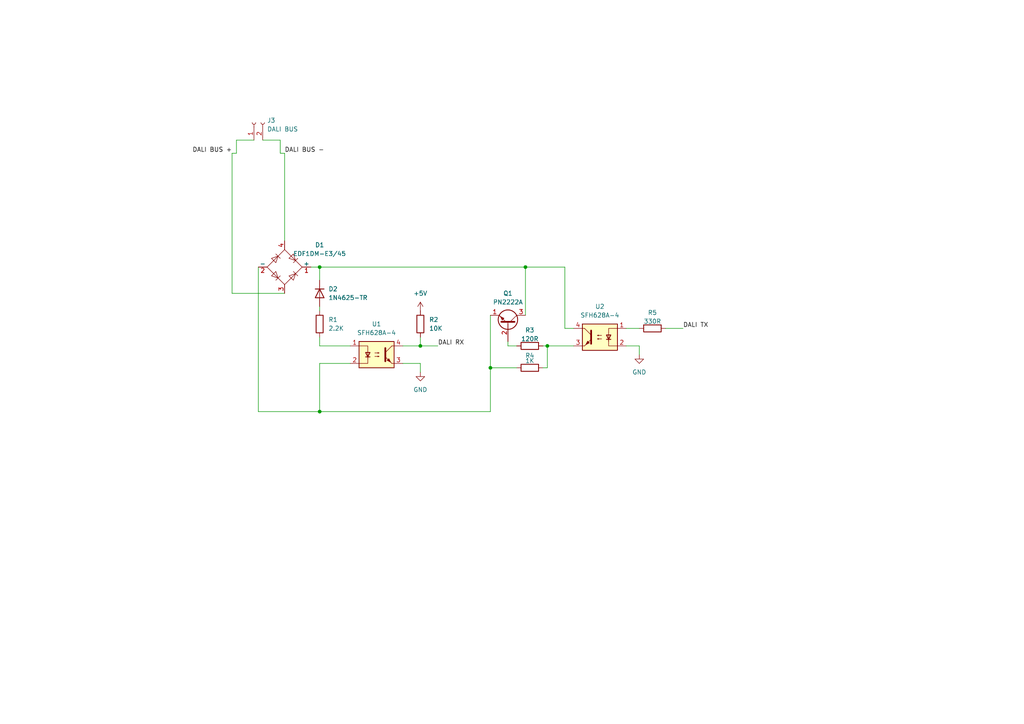
<source format=kicad_sch>
(kicad_sch (version 20250114) (generator "eeschema") (generator_version "9.0")
  (paper "A4")
  (lib_symbols
    (symbol "Connector:Conn_01x02_Socket" (pin_names (offset 1.016) (hide yes))
      (property "Reference" "J" (at 0 2.54 0))
      (property "Value" "Conn_01x02_Socket" (at 0 -5.08 0))
      (symbol "Conn_01x02_Socket_1_1"
        (polyline (pts (xy -1.27 0) (xy -0.508 0)) (stroke (width 0.1524)))
        (polyline (pts (xy -1.27 -2.54) (xy -0.508 -2.54)) (stroke (width 0.1524)))
        (arc (start 0 -0.508) (mid -0.5058 0) (end 0 0.508) (stroke (width 0.1524)))
        (arc (start 0 -3.048) (mid -0.5058 -2.54) (end 0 -2.032) (stroke (width 0.1524)))
        (pin passive line (at -5.08 0 0) (length 3.81) (name "Pin_1") (number "1"))
        (pin passive line (at -5.08 -2.54 0) (length 3.81) (name "Pin_2") (number "2"))
      )
    )
    (symbol "Device:R" (pin_numbers (hide yes)) (pin_names (offset 0))
      (property "Reference" "R" (at 2.032 0 90))
      (property "Value" "R" (at 0 0 90))
      (symbol "R_0_1"
        (rectangle (start -1.016 -2.54) (end 1.016 2.54) (stroke (width 0.254)))
      )
      (symbol "R_1_1"
        (pin passive line (at 0 3.81 270) (length 1.27) (name "~") (number "1"))
        (pin passive line (at 0 -3.81 90) (length 1.27) (name "~") (number "2"))
      )
    )
    (symbol "Diode:1N4148" (pin_numbers (hide yes)) (pin_names (hide yes))
      (property "Reference" "D" (at 0 2.54 0))
      (property "Value" "1N4148" (at 0 -2.54 0))
      (symbol "1N4148_0_1"
        (polyline (pts (xy -1.27 1.27) (xy -1.27 -1.27)) (stroke (width 0.254)))
        (polyline (pts (xy 1.27 1.27) (xy 1.27 -1.27) (xy -1.27 0) (xy 1.27 1.27)) (stroke (width 0.254)))
        (polyline (pts (xy 1.27 0) (xy -1.27 0)))
      )
      (symbol "1N4148_1_1"
        (pin passive line (at -3.81 0 0) (length 2.54) (name "K") (number "1"))
        (pin passive line (at 3.81 0 180) (length 2.54) (name "A") (number "2"))
      )
    )
    (symbol "Diode_Bridge:DF04M" (pin_names (offset 0))
      (property "Reference" "D" (at 2.54 6.985 0))
      (property "Value" "DF04M" (at 2.54 5.08 0))
      (symbol "DF04M_0_1"
        (polyline (pts (xy -5.08 0) (xy 0 -5.08) (xy 5.08 0) (xy 0 5.08) (xy -5.08 0)))
        (polyline (pts (xy -3.81 2.54) (xy -2.54 1.27) (xy -1.905 3.175) (xy -3.81 2.54)))
        (polyline (pts (xy -2.54 3.81) (xy -1.27 2.54)))
        (polyline (pts (xy -2.54 -1.27) (xy -3.81 -2.54) (xy -1.905 -3.175) (xy -2.54 -1.27)))
        (polyline (pts (xy -1.27 -2.54) (xy -2.54 -3.81)))
        (polyline (pts (xy 1.27 2.54) (xy 2.54 3.81) (xy 3.175 1.905) (xy 1.27 2.54)))
        (polyline (pts (xy 2.54 1.27) (xy 3.81 2.54)))
        (polyline (pts (xy 2.54 -1.27) (xy 3.81 -2.54)))
        (polyline (pts (xy 3.175 -1.905) (xy 1.27 -2.54) (xy 2.54 -3.81) (xy 3.175 -1.905)))
      )
      (symbol "DF04M_1_1"
        (pin passive line (at -7.62 0 0) (length 2.54) (name "-") (number "2"))
        (pin passive line (at 0 7.62 270) (length 2.54) (name "~") (number "4"))
        (pin passive line (at 0 -7.62 90) (length 2.54) (name "~") (number "3"))
        (pin passive line (at 7.62 0 180) (length 2.54) (name "+") (number "1"))
      )
    )
    (symbol "Isolator:SFH617A-4" (pin_names (offset 1.016))
      (property "Reference" "U" (at -5.08 5.08 0))
      (property "Value" "SFH617A-4" (at 0 5.08 0))
      (symbol "SFH617A-4_0_1"
        (rectangle (start -5.08 3.81) (end 5.08 -3.81) (stroke (width 0.254)) (fill (type background)))
        (polyline (pts (xy -5.08 2.54) (xy -2.54 2.54) (xy -2.54 -1.27) (xy -2.54 0.635)))
        (polyline (pts (xy -3.175 -0.635) (xy -1.905 -0.635)) (stroke (width 0.254)))
        (polyline (pts (xy -2.54 -0.635) (xy -2.54 -2.54) (xy -5.08 -2.54)))
        (polyline (pts (xy -2.54 -0.635) (xy -3.175 0.635) (xy -1.905 0.635) (xy -2.54 -0.635)) (stroke (width 0.254)))
        (polyline (pts (xy -0.508 0.508) (xy 0.762 0.508) (xy 0.381 0.381) (xy 0.381 0.635) (xy 0.762 0.508)))
        (polyline (pts (xy -0.508 -0.508) (xy 0.762 -0.508) (xy 0.381 -0.635) (xy 0.381 -0.381) (xy 0.762 -0.508)))
        (polyline (pts (xy 2.54 1.905) (xy 2.54 -1.905) (xy 2.54 -1.905)) (stroke (width 0.508)))
        (polyline (pts (xy 2.54 0.635) (xy 4.445 2.54)))
        (polyline (pts (xy 3.048 -1.651) (xy 3.556 -1.143) (xy 4.064 -2.159) (xy 3.048 -1.651) (xy 3.048 -1.651)) (fill (type outline)))
        (polyline (pts (xy 4.445 2.54) (xy 5.08 2.54)))
        (polyline (pts (xy 4.445 -2.54) (xy 2.54 -0.635)) (fill (type outline)))
        (polyline (pts (xy 4.445 -2.54) (xy 5.08 -2.54)))
      )
      (symbol "SFH617A-4_1_1"
        (pin passive line (at -7.62 2.54 0) (length 2.54) (name "~") (number "1"))
        (pin passive line (at -7.62 -2.54 0) (length 2.54) (name "~") (number "2"))
        (pin passive line (at 7.62 2.54 180) (length 2.54) (name "~") (number "4"))
        (pin passive line (at 7.62 -2.54 180) (length 2.54) (name "~") (number "3"))
      )
    )
    (symbol "SFH617A-4_1" (pin_names (offset 1.016))
      (property "Reference" "U2" (at 0 -8.89 0))
      (property "Value" "SFH628A-4" (at 0 -6.35 0))
      (symbol "SFH617A-4_1_0_1"
        (polyline (pts (xy -5.08 -2.54) (xy -2.54 -2.54) (xy -2.54 1.27) (xy -2.54 -0.635)))
        (polyline (pts (xy -3.175 0.635) (xy -1.905 0.635)) (stroke (width 0.254)))
        (polyline (pts (xy -2.54 0.635) (xy -2.54 2.54) (xy -5.08 2.54)))
        (polyline (pts (xy -2.54 0.635) (xy -3.175 -0.635) (xy -1.905 -0.635) (xy -2.54 0.635)) (stroke (width 0.254)))
        (polyline (pts (xy -0.508 0.508) (xy 0.762 0.508) (xy 0.381 0.635) (xy 0.381 0.381) (xy 0.762 0.508)))
        (polyline (pts (xy -0.508 -0.508) (xy 0.762 -0.508) (xy 0.381 -0.381) (xy 0.381 -0.635) (xy 0.762 -0.508)))
        (polyline (pts (xy 2.54 -0.635) (xy 4.445 -2.54)))
        (polyline (pts (xy 2.54 -1.905) (xy 2.54 1.905) (xy 2.54 1.905)) (stroke (width 0.508)))
        (polyline (pts (xy 3.048 1.651) (xy 3.556 1.143) (xy 4.064 2.159) (xy 3.048 1.651) (xy 3.048 1.651)) (fill (type outline)))
        (polyline (pts (xy 4.445 2.54) (xy 2.54 0.635)) (fill (type outline)))
        (polyline (pts (xy 4.445 2.54) (xy 5.08 2.54)))
        (polyline (pts (xy 4.445 -2.54) (xy 5.08 -2.54)))
        (rectangle (start 5.08 3.81) (end -5.08 -3.81) (stroke (width 0.254)) (fill (type background)))
      )
      (symbol "SFH617A-4_1_1_1"
        (pin passive line (at -7.62 2.54 0) (length 2.54) (name "~") (number "2"))
        (pin passive line (at -7.62 -2.54 0) (length 2.54) (name "~") (number "1"))
        (pin passive line (at 7.62 2.54 180) (length 2.54) (name "~") (number "3"))
        (pin passive line (at 7.62 -2.54 180) (length 2.54) (name "~") (number "4"))
      )
    )
    (symbol "Transistor_BJT:PN2222A" (pin_names (offset 0) (hide yes))
      (property "Reference" "Q1" (at 8.89 0 90))
      (property "Value" "PN2222A" (at 6.35 0 90))
      (symbol "PN2222A_0_1"
        (polyline (pts (xy 0 0) (xy 0.635 0)))
        (polyline (pts (xy 0.635 -1.905) (xy 0.635 1.905) (xy 0.635 1.905)) (stroke (width 0.508)))
        (polyline (pts (xy 1.143 1.651) (xy 1.651 1.143) (xy 2.159 2.159) (xy 1.143 1.651) (xy 1.143 1.651)) (fill (type outline)))
        (circle (center 1.27 0) (radius 2.8194) (stroke (width 0.254)))
        (polyline (pts (xy 2.413 2.413) (xy 1.905 1.905) (xy 1.905 1.905)))
        (polyline (pts (xy 2.54 2.54) (xy 0.635 0.635)))
        (polyline (pts (xy 2.54 -2.54) (xy 0.635 -0.635)))
      )
      (symbol "PN2222A_1_1"
        (pin input line (at -5.08 0 0) (length 5.08) (name "B") (number "2"))
        (pin passive line (at 2.54 5.08 270) (length 2.54) (name "E") (number "1"))
        (pin passive line (at 2.54 -5.08 90) (length 2.54) (name "C") (number "3"))
      )
    )
    (symbol "power:+5V" (power) (pin_numbers (hide yes)) (pin_names (offset 0) (hide yes))
      (property "Value" "+5V" (at 0 3.556 0))
      (symbol "+5V_0_1"
        (polyline (pts (xy -0.762 1.27) (xy 0 2.54)))
        (polyline (pts (xy 0 2.54) (xy 0.762 1.27)))
        (polyline (pts (xy 0 0) (xy 0 2.54)))
      )
      (symbol "+5V_1_1"
        (pin power_in line (at 0 0 90) (length 0) (name "~") (number "1"))
      )
    )
    (symbol "power:GND" (power) (pin_numbers (hide yes)) (pin_names (offset 0) (hide yes))
      (property "Value" "GND" (at 0 -3.81 0))
      (symbol "GND_0_1"
        (polyline (pts (xy 0 0) (xy 0 -1.27) (xy 1.27 -1.27) (xy 0 -2.54) (xy -1.27 -1.27) (xy 0 -1.27)))
      )
      (symbol "GND_1_1"
        (pin power_in line (at 0 0 270) (length 0) (name "~") (number "1"))
      )
    )
  )
  (junction (at 92.71 77.47))
  (junction (at 152.4 77.47))
  (junction (at 142.24 106.68))
  (junction (at 158.75 100.33))
  (junction (at 92.71 119.38))
  (junction (at 121.92 100.33))
  (wire (pts (xy 92.71 77.47) (xy 152.4 77.47)))
  (wire (pts (xy 92.71 100.33) (xy 101.6 100.33)))
  (wire (pts (xy 163.83 77.47) (xy 163.83 95.25)))
  (wire (pts (xy 121.92 97.79) (xy 121.92 100.33)))
  (wire (pts (xy 92.71 77.47) (xy 92.71 81.28)))
  (wire (pts (xy 142.24 91.44) (xy 142.24 106.68)))
  (wire (pts (xy 82.55 44.45) (xy 82.55 69.85)))
  (wire (pts (xy 147.32 100.33) (xy 147.32 99.06)))
  (wire (pts (xy 121.92 105.41) (xy 121.92 107.95)))
  (wire (pts (xy 90.17 77.47) (xy 92.71 77.47)))
  (wire (pts (xy 152.4 77.47) (xy 152.4 91.44)))
  (wire (pts (xy 116.84 100.33) (xy 121.92 100.33)))
  (wire (pts (xy 68.58 44.45) (xy 68.58 40.64)))
  (wire (pts (xy 116.84 105.41) (xy 121.92 105.41)))
  (wire (pts (xy 152.4 77.47) (xy 163.83 77.47)))
  (wire (pts (xy 185.42 100.33) (xy 185.42 102.87)))
  (wire (pts (xy 149.86 100.33) (xy 147.32 100.33)))
  (wire (pts (xy 181.61 95.25) (xy 185.42 95.25)))
  (wire (pts (xy 157.48 100.33) (xy 158.75 100.33)))
  (wire (pts (xy 163.83 95.25) (xy 166.37 95.25)))
  (wire (pts (xy 68.58 40.64) (xy 73.66 40.64)))
  (wire (pts (xy 92.71 105.41) (xy 101.6 105.41)))
  (wire (pts (xy 142.24 106.68) (xy 149.86 106.68)))
  (wire (pts (xy 181.61 100.33) (xy 185.42 100.33)))
  (wire (pts (xy 67.31 44.45) (xy 68.58 44.45)))
  (wire (pts (xy 82.55 44.45) (xy 81.28 44.45)))
  (wire (pts (xy 92.71 88.9) (xy 92.71 90.17)))
  (wire (pts (xy 142.24 119.38) (xy 142.24 106.68)))
  (wire (pts (xy 157.48 106.68) (xy 158.75 106.68)))
  (wire (pts (xy 67.31 44.45) (xy 67.31 85.09)))
  (wire (pts (xy 121.92 100.33) (xy 127 100.33)))
  (wire (pts (xy 81.28 44.45) (xy 81.28 40.64)))
  (wire (pts (xy 74.93 119.38) (xy 92.71 119.38)))
  (wire (pts (xy 81.28 40.64) (xy 76.2 40.64)))
  (wire (pts (xy 92.71 119.38) (xy 92.71 105.41)))
  (wire (pts (xy 158.75 106.68) (xy 158.75 100.33)))
  (wire (pts (xy 193.04 95.25) (xy 198.12 95.25)))
  (wire (pts (xy 158.75 100.33) (xy 166.37 100.33)))
  (wire (pts (xy 74.93 77.47) (xy 74.93 119.38)))
  (wire (pts (xy 92.71 97.79) (xy 92.71 100.33)))
  (wire (pts (xy 67.31 85.09) (xy 82.55 85.09)))
  (wire (pts (xy 92.71 119.38) (xy 142.24 119.38)))
  (label "DALI RX" (at 127 100.33 0))
  (label "DALI BUS -" (at 82.55 44.45 0))
  (label "DALI TX" (at 198.12 95.25 0))
  (label "DALI BUS +" (at 67.31 44.45 180))
  (symbol (lib_id "Device:R") (at 153.67 100.33 90) (unit 1)
    (property "Reference" "R3" (at 153.67 95.758 90))
    (property "Value" "120R" (at 153.67 98.298 90))
    (property "Description" "Resistor" (effects (hide yes)))
  )
  (symbol (lib_id "Diode:1N4148") (at 92.71 85.09 270) (unit 1)
    (property "Reference" "D2" (at 95.25 83.8199 90) (effects (justify left)))
    (property "Value" "1N4625-TR" (at 95.25 86.3599 90) (effects (justify left)))
    (property "Footprint" "Diode_THT:D_DO-35_SOD27_P7.62mm_Horizontal" (effects (hide yes)))
    (property "Datasheet" "https://assets.nexperia.com/documents/data-sheet/1N4148_1N4448.pdf" (effects (hide yes)))
    (property "Description" "100V 0.15A standard switching diode, DO-35" (effects (hide yes)))
    (property "Sim.Device" "D" (effects (hide yes)))
    (property "Sim.Pins" "1=K 2=A" (effects (hide yes)))
  )
  (symbol (lib_id "power:GND") (at 185.42 102.87 0) (unit 1)
    (property "Reference" "#PWR03" (effects (hide yes)))
    (property "Value" "GND" (at 185.42 107.95 0))
    (property "Description" "Power symbol creates a global label with name \"GND\" , ground" (effects (hide yes)))
  )
  (symbol (lib_id "Device:R") (at 189.23 95.25 90) (unit 1)
    (property "Reference" "R5" (at 189.23 90.678 90))
    (property "Value" "330R" (at 189.23 93.218 90))
    (property "Description" "Resistor" (effects (hide yes)))
  )
  (symbol (lib_id "Device:R") (at 92.71 93.98 0) (unit 1)
    (property "Reference" "R1" (at 95.25 92.7099 0) (effects (justify left)))
    (property "Value" "2.2K" (at 95.25 95.2499 0) (effects (justify left)))
    (property "Description" "Resistor" (effects (hide yes)))
  )
  (symbol (lib_id "power:+5V") (at 121.92 90.17 0) (unit 1)
    (property "Reference" "#PWR02" (effects (hide yes)))
    (property "Value" "+5V" (at 121.92 85.09 0))
    (property "Description" "Power symbol creates a global label with name \"+5V\"" (effects (hide yes)))
  )
  (symbol (lib_id "Device:R") (at 121.92 93.98 0) (unit 1)
    (property "Reference" "R2" (at 124.46 92.7099 0) (effects (justify left)))
    (property "Value" "10K" (at 124.46 95.2499 0) (effects (justify left)))
    (property "Description" "Resistor" (effects (hide yes)))
  )
  (symbol (lib_id "Transistor_BJT:PN2222A") (at 147.32 93.98 90) (unit 1)
    (property "Reference" "Q1" (at 147.32 85.09 90))
    (property "Value" "PN2222A" (at 147.32 87.63 90))
    (property "Footprint" "Package_TO_SOT_THT:TO-92_Inline" (effects (hide yes)))
    (property "Datasheet" "https://www.onsemi.com/pub/Collateral/PN2222-D.PDF" (effects (hide yes)))
    (property "Description" "1A Ic, 40V Vce, NPN Transistor, General Purpose Transistor, TO-92" (effects (hide yes)))
  )
  (symbol (lib_id "power:GND") (at 121.92 107.95 0) (unit 1)
    (property "Reference" "#PWR01" (effects (hide yes)))
    (property "Value" "GND" (at 121.92 113.03 0))
    (property "Description" "Power symbol creates a global label with name \"GND\" , ground" (effects (hide yes)))
  )
  (symbol (lib_id "Isolator:SFH617A-4") (at 109.22 102.87 0) (unit 1)
    (property "Reference" "U1" (at 109.22 93.98 0))
    (property "Value" "SFH628A-4" (at 109.22 96.52 0))
    (property "Footprint" "Package_DIP:DIP-4_W7.62mm" (effects (hide yes)))
    (property "Datasheet" "http://www.vishay.com/docs/83740/sfh617a.pdf" (effects (hide yes)))
    (property "Description" "Optocoupler, Phototransistor Output, 5300 VRMS, VCEO 70V, CTR% 160-320, -55 to +110 degree Celsius, UL, BSI, FIMKO, cUL, THT PDIP-4" (effects (hide yes)))
  )
  (symbol (lib_id "Connector:Conn_01x02_Socket") (at 73.66 35.56 90) (unit 1)
    (property "Reference" "J3" (at 77.47 34.9249 90) (effects (justify right)))
    (property "Value" "DALI BUS" (at 77.47 37.4649 90) (effects (justify right)))
    (property "Footprint" "Connector_Phoenix_SPT:PhoenixContact_SPT_2.5_2-H-5.0_1x02_P5.0mm_Horizontal" (effects (hide yes)))
    (property "Description" "Generic connector, single row, 01x02, script generated" (effects (hide yes)))
  )
  (symbol (lib_id "Diode_Bridge:DF04M") (at 82.55 77.47 0) (unit 1)
    (property "Reference" "D1" (at 92.71 71.0498 0))
    (property "Value" "EDF1DM-E3/45" (at 92.71 73.5898 0))
    (property "Footprint" "Diode_THT:Diode_Bridge_DIP-4_W7.62mm_P5.08mm" (effects (hide yes)))
    (property "Datasheet" "http://www.vishay.com/docs/88571/dfm.pdf" (effects (hide yes)))
    (property "Description" "Miniature Glass Passivated Single-Phase Bridge Rectifiers, 280V Vrms, 1.0A If, DIP-4" (effects (hide yes)))
  )
  (symbol (lib_id "Device:R") (at 153.67 106.68 270) (unit 1)
    (property "Reference" "R4" (at 153.67 103.124 90))
    (property "Value" "1K" (at 153.67 104.648 90))
    (property "Description" "Resistor" (effects (hide yes)))
  )
  (symbol (lib_name "SFH617A-4_1") (lib_id "Isolator:SFH617A-4") (at 173.99 97.79 180) (unit 1)
    (property "Reference" "U2" (at 173.99 88.9 0))
    (property "Value" "SFH628A-4" (at 173.99 91.44 0))
    (property "Footprint" "Package_DIP:DIP-4_W7.62mm" (effects (hide yes)))
    (property "Datasheet" "http://www.vishay.com/docs/83740/sfh617a.pdf" (effects (hide yes)))
    (property "Description" "Optocoupler, Phototransistor Output, 5300 VRMS, VCEO 70V, CTR% 160-320, -55 to +110 degree Celsius, UL, BSI, FIMKO, cUL, THT PDIP-4" (effects (hide yes)))
  )
)
</source>
